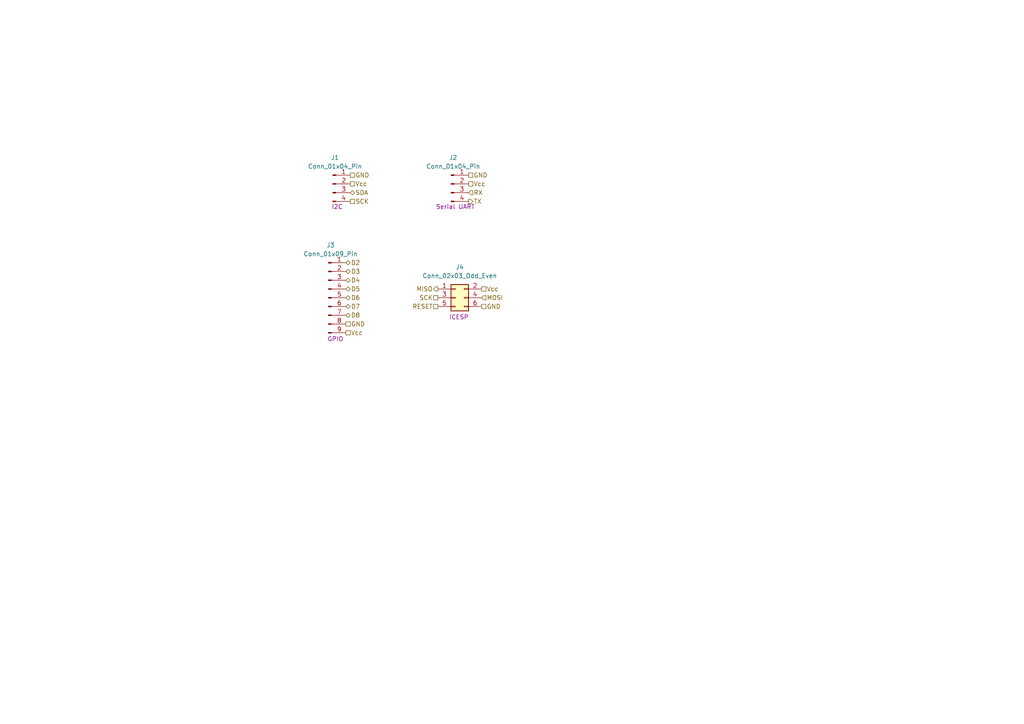
<source format=kicad_sch>
(kicad_sch (version 20231120) (generator "eeschema") (generator_version "8.0")
  (paper "A4")
  (lib_symbols
    (symbol "Connector:Conn_01x04_Pin" (pin_names (offset 1.016) hide)
      (property "Reference" "J" (at 0 5.08 0))
      (property "Value" "Conn_01x04_Pin" (at 0 -7.62 0))
      (symbol "Conn_01x04_Pin_1_1"
        (polyline (pts (xy 1.27 -5.08) (xy 0.8636 -5.08)) (stroke (width 0.1524)))
        (polyline (pts (xy 1.27 -2.54) (xy 0.8636 -2.54)) (stroke (width 0.1524)))
        (polyline (pts (xy 1.27 0) (xy 0.8636 0)) (stroke (width 0.1524)))
        (polyline (pts (xy 1.27 2.54) (xy 0.8636 2.54)) (stroke (width 0.1524)))
        (rectangle (start 0.8636 -4.953) (end 0 -5.207) (stroke (width 0.1524)) (fill (type outline)))
        (rectangle (start 0.8636 -2.413) (end 0 -2.667) (stroke (width 0.1524)) (fill (type outline)))
        (rectangle (start 0.8636 0.127) (end 0 -0.127) (stroke (width 0.1524)) (fill (type outline)))
        (rectangle (start 0.8636 2.667) (end 0 2.413) (stroke (width 0.1524)) (fill (type outline)))
        (pin passive line (at 5.08 2.54 180) (length 3.81) (name "Pin_1") (number "1"))
        (pin passive line (at 5.08 0 180) (length 3.81) (name "Pin_2") (number "2"))
        (pin passive line (at 5.08 -2.54 180) (length 3.81) (name "Pin_3") (number "3"))
        (pin passive line (at 5.08 -5.08 180) (length 3.81) (name "Pin_4") (number "4"))
      )
    )
    (symbol "Connector:Conn_01x09_Pin" (pin_names (offset 1.016) hide)
      (property "Reference" "J" (at 0 12.7 0))
      (property "Value" "Conn_01x09_Pin" (at 0 -12.7 0))
      (symbol "Conn_01x09_Pin_1_1"
        (polyline (pts (xy 1.27 -10.16) (xy 0.8636 -10.16)) (stroke (width 0.1524)))
        (polyline (pts (xy 1.27 -7.62) (xy 0.8636 -7.62)) (stroke (width 0.1524)))
        (polyline (pts (xy 1.27 -5.08) (xy 0.8636 -5.08)) (stroke (width 0.1524)))
        (polyline (pts (xy 1.27 -2.54) (xy 0.8636 -2.54)) (stroke (width 0.1524)))
        (polyline (pts (xy 1.27 0) (xy 0.8636 0)) (stroke (width 0.1524)))
        (polyline (pts (xy 1.27 2.54) (xy 0.8636 2.54)) (stroke (width 0.1524)))
        (polyline (pts (xy 1.27 5.08) (xy 0.8636 5.08)) (stroke (width 0.1524)))
        (polyline (pts (xy 1.27 7.62) (xy 0.8636 7.62)) (stroke (width 0.1524)))
        (polyline (pts (xy 1.27 10.16) (xy 0.8636 10.16)) (stroke (width 0.1524)))
        (rectangle (start 0.8636 -10.033) (end 0 -10.287) (stroke (width 0.1524)) (fill (type outline)))
        (rectangle (start 0.8636 -7.493) (end 0 -7.747) (stroke (width 0.1524)) (fill (type outline)))
        (rectangle (start 0.8636 -4.953) (end 0 -5.207) (stroke (width 0.1524)) (fill (type outline)))
        (rectangle (start 0.8636 -2.413) (end 0 -2.667) (stroke (width 0.1524)) (fill (type outline)))
        (rectangle (start 0.8636 0.127) (end 0 -0.127) (stroke (width 0.1524)) (fill (type outline)))
        (rectangle (start 0.8636 2.667) (end 0 2.413) (stroke (width 0.1524)) (fill (type outline)))
        (rectangle (start 0.8636 5.207) (end 0 4.953) (stroke (width 0.1524)) (fill (type outline)))
        (rectangle (start 0.8636 7.747) (end 0 7.493) (stroke (width 0.1524)) (fill (type outline)))
        (rectangle (start 0.8636 10.287) (end 0 10.033) (stroke (width 0.1524)) (fill (type outline)))
        (pin passive line (at 5.08 10.16 180) (length 3.81) (name "Pin_1") (number "1"))
        (pin passive line (at 5.08 7.62 180) (length 3.81) (name "Pin_2") (number "2"))
        (pin passive line (at 5.08 5.08 180) (length 3.81) (name "Pin_3") (number "3"))
        (pin passive line (at 5.08 2.54 180) (length 3.81) (name "Pin_4") (number "4"))
        (pin passive line (at 5.08 0 180) (length 3.81) (name "Pin_5") (number "5"))
        (pin passive line (at 5.08 -2.54 180) (length 3.81) (name "Pin_6") (number "6"))
        (pin passive line (at 5.08 -5.08 180) (length 3.81) (name "Pin_7") (number "7"))
        (pin passive line (at 5.08 -7.62 180) (length 3.81) (name "Pin_8") (number "8"))
        (pin passive line (at 5.08 -10.16 180) (length 3.81) (name "Pin_9") (number "9"))
      )
    )
    (symbol "Connector_Generic:Conn_02x03_Odd_Even" (pin_names (offset 1.016) hide)
      (property "Reference" "J" (at 1.27 5.08 0))
      (property "Value" "Conn_02x03_Odd_Even" (at 1.27 -5.08 0))
      (symbol "Conn_02x03_Odd_Even_1_1"
        (rectangle (start -1.27 -2.413) (end 0 -2.667) (stroke (width 0.1524)))
        (rectangle (start -1.27 0.127) (end 0 -0.127) (stroke (width 0.1524)))
        (rectangle (start -1.27 2.667) (end 0 2.413) (stroke (width 0.1524)))
        (rectangle (start -1.27 3.81) (end 3.81 -3.81) (stroke (width 0.254)) (fill (type background)))
        (rectangle (start 3.81 -2.413) (end 2.54 -2.667) (stroke (width 0.1524)))
        (rectangle (start 3.81 0.127) (end 2.54 -0.127) (stroke (width 0.1524)))
        (rectangle (start 3.81 2.667) (end 2.54 2.413) (stroke (width 0.1524)))
        (pin passive line (at -5.08 2.54 0) (length 3.81) (name "Pin_1") (number "1"))
        (pin passive line (at 7.62 2.54 180) (length 3.81) (name "Pin_2") (number "2"))
        (pin passive line (at -5.08 0 0) (length 3.81) (name "Pin_3") (number "3"))
        (pin passive line (at 7.62 0 180) (length 3.81) (name "Pin_4") (number "4"))
        (pin passive line (at -5.08 -2.54 0) (length 3.81) (name "Pin_5") (number "5"))
        (pin passive line (at 7.62 -2.54 180) (length 3.81) (name "Pin_6") (number "6"))
      )
    )
  )
  (hierarchical_label "GND" (shape passive) (at 135.89 50.8 0))
  (hierarchical_label "D2" (shape bidirectional) (at 100.33 76.2 0))
  (hierarchical_label "Vcc" (shape passive) (at 100.33 96.52 0))
  (hierarchical_label "D7" (shape bidirectional) (at 100.33 88.9 0))
  (hierarchical_label "Vcc" (shape passive) (at 135.89 53.34 0))
  (hierarchical_label "GND" (shape passive) (at 101.6 50.8 0))
  (hierarchical_label "D8" (shape bidirectional) (at 100.33 91.44 0))
  (hierarchical_label "Vcc" (shape passive) (at 139.7 83.82 0))
  (hierarchical_label "D3" (shape bidirectional) (at 100.33 78.74 0))
  (hierarchical_label "SDA" (shape bidirectional) (at 101.6 55.88 0))
  (hierarchical_label "GND" (shape passive) (at 139.7 88.9 0))
  (hierarchical_label "RX" (shape input) (at 135.89 55.88 0))
  (hierarchical_label "SCK" (shape passive) (at 127 86.36 180))
  (hierarchical_label "RESET" (shape passive) (at 127 88.9 180))
  (hierarchical_label "D4" (shape bidirectional) (at 100.33 81.28 0))
  (hierarchical_label "Vcc" (shape passive) (at 101.6 53.34 0))
  (hierarchical_label "TX" (shape output) (at 135.89 58.42 0))
  (hierarchical_label "MOSI" (shape input) (at 139.7 86.36 0))
  (hierarchical_label "MISO" (shape output) (at 127 83.82 180))
  (hierarchical_label "D5" (shape bidirectional) (at 100.33 83.82 0))
  (hierarchical_label "GND" (shape passive) (at 100.33 93.98 0))
  (hierarchical_label "SCK" (shape passive) (at 101.6 58.42 0))
  (hierarchical_label "D6" (shape bidirectional) (at 100.33 86.36 0))
  (symbol (lib_id "Connector:Conn_01x09_Pin") (at 95.25 86.36 0) (unit 1)
    (property "Reference" "J3" (at 95.885 71.12 0))
    (property "Value" "Conn_01x09_Pin" (at 95.885 73.66 0))
    (property "Footprint" "Connector_PinHeader_2.54mm:PinHeader_1x09_P2.54mm_Vertical" (effects (hide yes)))
    (property "Description" "GPIO" (at 97.282 98.298 0))
  )
  (symbol (lib_id "Connector:Conn_01x04_Pin") (at 130.81 53.34 0) (unit 1)
    (property "Reference" "J2" (at 131.445 45.72 0))
    (property "Value" "Conn_01x04_Pin" (at 131.445 48.26 0))
    (property "Footprint" "Connector_PinHeader_2.54mm:PinHeader_1x04_P2.54mm_Vertical" (effects (hide yes)))
    (property "Description" "Serial UART" (at 132.08 59.944 0))
  )
  (symbol (lib_id "Connector_Generic:Conn_02x03_Odd_Even") (at 132.08 86.36 0) (unit 1)
    (property "Reference" "J4" (at 133.35 77.47 0))
    (property "Value" "Conn_02x03_Odd_Even" (at 133.35 80.01 0))
    (property "Footprint" "Connector_PinHeader_2.54mm:PinHeader_1x06_P2.54mm_Vertical" (effects (hide yes)))
    (property "Description" "ICESP" (at 133.096 91.948 0))
  )
  (symbol (lib_id "Connector:Conn_01x04_Pin") (at 96.52 53.34 0) (unit 1)
    (property "Reference" "J1" (at 97.155 45.72 0))
    (property "Value" "Conn_01x04_Pin" (at 97.155 48.26 0))
    (property "Footprint" "Connector_PinHeader_2.54mm:PinHeader_1x04_P2.54mm_Vertical" (effects (hide yes)))
    (property "Description" "I2C" (at 97.79 59.944 0))
  )
)
</source>
